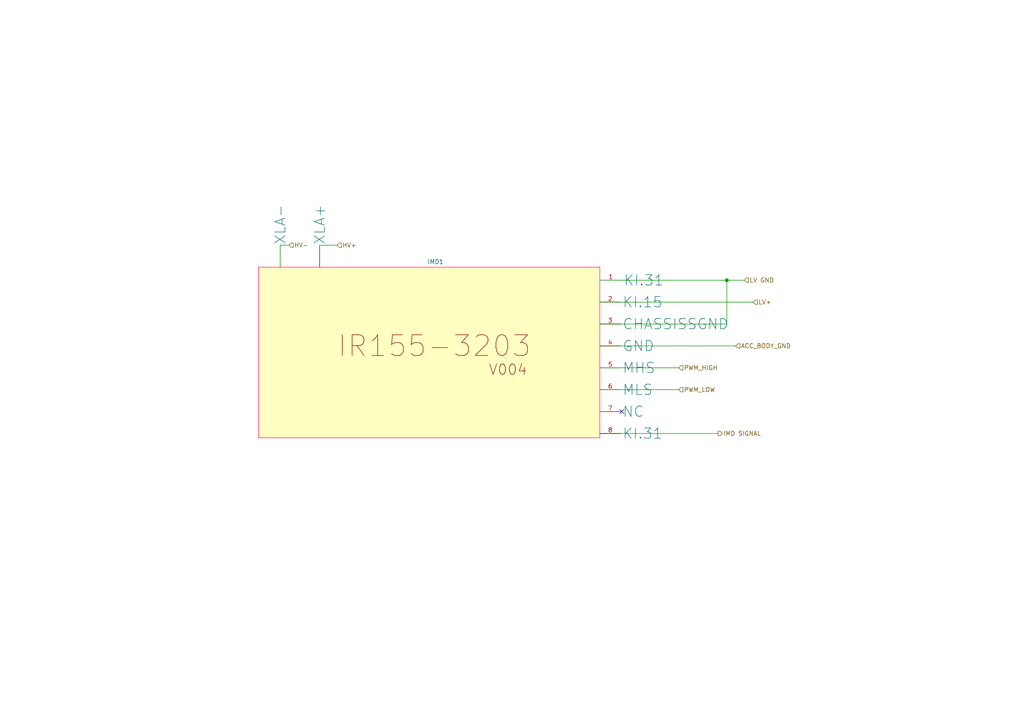
<source format=kicad_sch>
(kicad_sch (version 20231120) (generator "eeschema") (generator_version "8.0")
  (paper "A4")
  (lib_symbols
    (symbol "V004_1"
      (property "Reference" "IMD" (at 44.704 -3.048 0))
      (symbol "V004_1_0_1"
        (rectangle (start -2.54 -1.27) (end -2.54 -1.27))
        (rectangle (start -2.54 -1.27) (end 96.52 -50.8) (stroke (width 0) (color 255 5 112 1)) (fill (type background)))
      )
      (symbol "V004_1_1_1"
        (text "IR155-3203" (at 48.514 -24.13 0) (effects (font (size 6 6))))
        (text "V004" (at 69.85 -30.988 0) (effects (font (size 3 3))))
        (pin input line (at 15.24 -1.27 90) (length 6) (name "XLA+") (number ""))
        (pin input line (at 3.81 -1.27 90) (length 6) (name "XLA-") (number ""))
        (pin input line (at 96.52 -5.08 0) (length 6.35) (name "KI.31") (number "1"))
        (pin input line (at 96.52 -11.43 0) (length 6) (name "KI.15") (number "2"))
        (pin input line (at 96.52 -17.78 0) (length 6) (name "CHASSISSGND") (number "3"))
        (pin input line (at 96.52 -24.13 0) (length 6) (name "GND") (number "4"))
        (pin input line (at 96.52 -30.48 0) (length 6) (name "MHS") (number "5"))
        (pin input line (at 96.52 -36.83 0) (length 6) (name "MLS") (number "6"))
        (pin input line (at 96.52 -43.18 0) (length 6) (name "NC") (number "7"))
        (pin output line (at 96.52 -49.53 0) (length 6) (name "KI.31") (number "8"))
      )
    )
  )
  (junction (at 210.82 81.28))
  (no_connect (at 180.34 119.38))
  (wire (pts (xy 92.71 71.12) (xy 92.71 77.47)))
  (wire (pts (xy 210.82 81.28) (xy 210.82 93.98)))
  (wire (pts (xy 173.99 106.68) (xy 196.85 106.68)))
  (wire (pts (xy 81.28 71.12) (xy 81.28 77.47)))
  (wire (pts (xy 173.99 87.63) (xy 218.44 87.63)))
  (wire (pts (xy 83.82 71.12) (xy 81.28 71.12)))
  (wire (pts (xy 173.99 125.73) (xy 208.28 125.73)))
  (wire (pts (xy 173.99 93.98) (xy 210.82 93.98)))
  (wire (pts (xy 173.99 113.03) (xy 196.85 113.03)))
  (wire (pts (xy 92.71 71.12) (xy 97.79 71.12)))
  (wire (pts (xy 173.99 81.28) (xy 210.82 81.28)))
  (wire (pts (xy 210.82 81.28) (xy 215.9 81.28)))
  (wire (pts (xy 173.99 100.33) (xy 213.36 100.33)))
  (hierarchical_label "IMD SIGNAL" (shape output) (at 208.28 125.73 0))
  (hierarchical_label "PWM_HIGH" (shape input) (at 196.85 106.68 0))
  (hierarchical_label "ACC_BODY_GND " (shape input) (at 213.36 100.33 0))
  (hierarchical_label "LV GND " (shape input) (at 215.9 81.28 0))
  (hierarchical_label "LV+ " (shape input) (at 218.44 87.63 0))
  (hierarchical_label "PWM_LOW" (shape input) (at 196.85 113.03 0))
  (hierarchical_label "HV+ " (shape input) (at 97.79 71.12 0))
  (hierarchical_label "HV- " (shape input) (at 83.82 71.12 0))
  (symbol (lib_name "V004_1") (lib_id "IMD VERSION004:V004") (at 77.47 76.2 0) (unit 1)
    (property "Reference" "IMD1" (at 123.952 75.946 0) (effects (justify left)))
    (property "Value" "~" (at 181.61 100.505 0) (effects (justify left)))
  )
)
</source>
